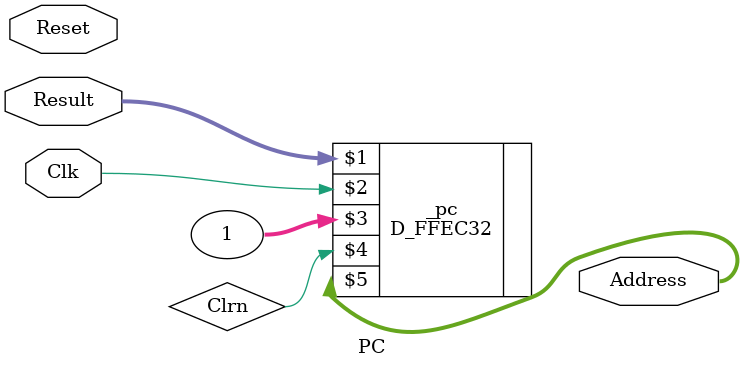
<source format=v>
`timescale 1ns / 1ps

module PC(Clk,Reset,Result,Address);  
    input Clk;//Ê±ÖÓ
    input Reset;//ÊÇ·ñÖØÖÃµØÖ·¡£0-³õÊ¼»¯PC£¬·ñÔò½ÓÊÜÐÂµØÖ·       
    input[31:0] Result;
    output [31:0]Address;
    D_FFEC32 _pc(Result,Clk,1,Clrn,Address);
endmodule

</source>
